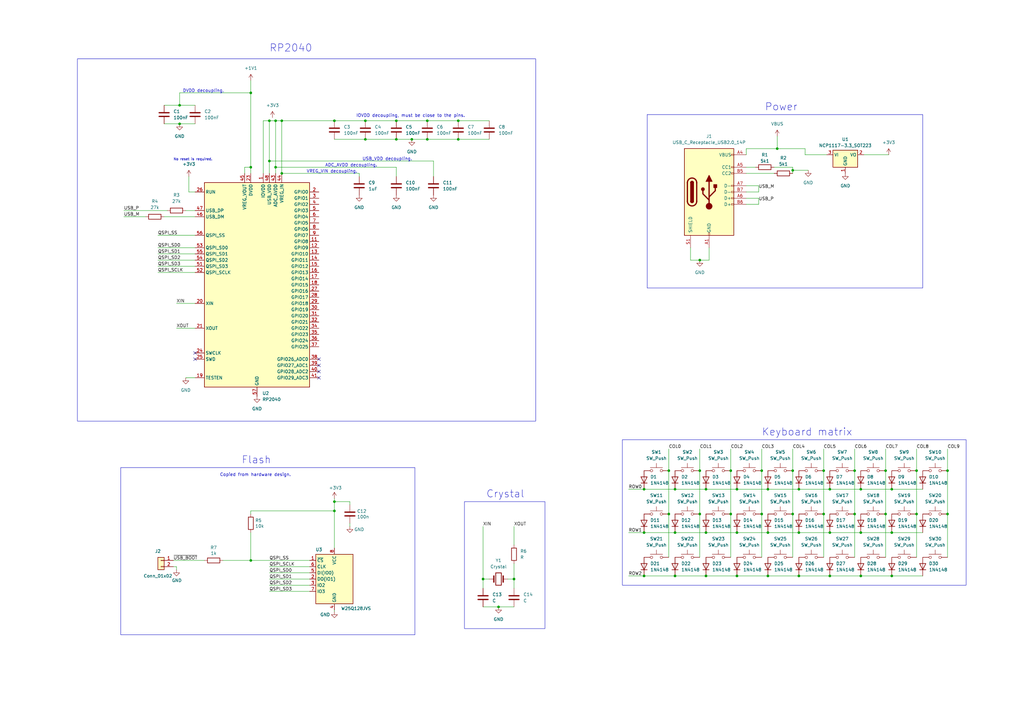
<source format=kicad_sch>
(kicad_sch (version 20230121) (generator eeschema)
  (paper "A3")
  (lib_symbols
    (symbol "Connector:USB_C_Receptacle_USB2.0_14P" (pin_names (offset 1.016))
      (property "Reference" "J" (at 0 22.225 0))
      (property "Value" "USB_C_Receptacle_USB2.0_14P" (at 0 19.685 0))
      (symbol "USB_C_Receptacle_USB2.0_14P_1_1"
        (pin passive line (at 0 -22.86 90) (length 5.08) (name "GND") (number "A1"))
        (pin passive line (at 0 -22.86 90) (length 5.08) hide (name "GND") (number "A12"))
        (pin passive line (at 15.24 15.24 180) (length 5.08) (name "VBUS") (number "A4"))
        (pin bidirectional line (at 15.24 10.16 180) (length 5.08) (name "CC1") (number "A5"))
        (pin bidirectional line (at 15.24 -2.54 180) (length 5.08) (name "D+") (number "A6"))
        (pin bidirectional line (at 15.24 2.54 180) (length 5.08) (name "D-") (number "A7"))
        (pin passive line (at 15.24 15.24 180) (length 5.08) hide (name "VBUS") (number "A9"))
        (pin passive line (at 0 -22.86 90) (length 5.08) hide (name "GND") (number "B1"))
        (pin passive line (at 0 -22.86 90) (length 5.08) hide (name "GND") (number "B12"))
        (pin passive line (at 15.24 15.24 180) (length 5.08) hide (name "VBUS") (number "B4"))
        (pin bidirectional line (at 15.24 7.62 180) (length 5.08) (name "CC2") (number "B5"))
        (pin bidirectional line (at 15.24 -5.08 180) (length 5.08) (name "D+") (number "B6"))
        (pin bidirectional line (at 15.24 0 180) (length 5.08) (name "D-") (number "B7"))
        (pin passive line (at 15.24 15.24 180) (length 5.08) hide (name "VBUS") (number "B9"))
        (pin passive line (at -7.62 -22.86 90) (length 5.08) (name "SHIELD") (number "S1"))
      )
    )
    (symbol "Connector_Generic:Conn_01x02" (pin_names (offset 1.016) hide)
      (property "Reference" "J" (at 0 2.54 0))
      (property "Value" "Conn_01x02" (at 0 -5.08 0))
      (symbol "Conn_01x02_1_1"
        (pin passive line (at -5.08 0 0) (length 3.81) (name "Pin_1") (number "1"))
        (pin passive line (at -5.08 -2.54 0) (length 3.81) (name "Pin_2") (number "2"))
      )
    )
    (symbol "Device:C" (pin_numbers hide) (pin_names (offset 0.254))
      (property "Reference" "C" (at 0.635 2.54 0))
      (property "Value" "C" (at 0.635 -2.54 0))
      (symbol "C_1_1"
        (pin passive line (at 0 3.81 270) (length 2.794) (name "~") (number "1"))
        (pin passive line (at 0 -3.81 90) (length 2.794) (name "~") (number "2"))
      )
    )
    (symbol "Device:Crystal" (pin_numbers hide) (pin_names (offset 1.016) hide)
      (property "Reference" "Y" (at 0 3.81 0))
      (property "Value" "Crystal" (at 0 -3.81 0))
      (symbol "Crystal_1_1"
        (pin passive line (at -3.81 0 0) (length 1.27) (name "1") (number "1"))
        (pin passive line (at 3.81 0 180) (length 1.27) (name "2") (number "2"))
      )
    )
    (symbol "Device:R" (pin_numbers hide) (pin_names (offset 0))
      (property "Reference" "R" (at 2.032 0 90))
      (property "Value" "R" (at 0 0 90))
      (symbol "R_1_1"
        (pin passive line (at 0 3.81 270) (length 1.27) (name "~") (number "1"))
        (pin passive line (at 0 -3.81 90) (length 1.27) (name "~") (number "2"))
      )
    )
    (symbol "Diode:1N4148" (pin_numbers hide) (pin_names hide)
      (property "Reference" "D" (at 0 2.54 0))
      (property "Value" "1N4148" (at 0 -2.54 0))
      (symbol "1N4148_1_1"
        (pin passive line (at -3.81 0 0) (length 2.54) (name "K") (number "1"))
        (pin passive line (at 3.81 0 180) (length 2.54) (name "A") (number "2"))
      )
    )
    (symbol "MCU_RaspberryPi:RP2040"
      (property "Reference" "U" (at 17.78 45.72 0))
      (property "Value" "RP2040" (at 17.78 43.18 0))
      (symbol "RP2040_1_1"
        (pin power_in line (at 2.54 45.72 270) (length 3.81) (name "IOVDD") (number "1"))
        (pin passive line (at 2.54 45.72 270) (length 3.81) hide (name "IOVDD") (number "10"))
        (pin bidirectional line (at 25.4 17.78 180) (length 3.81) (name "GPIO8") (number "11"))
        (pin bidirectional line (at 25.4 15.24 180) (length 3.81) (name "GPIO9") (number "12"))
        (pin bidirectional line (at 25.4 12.7 180) (length 3.81) (name "GPIO10") (number "13"))
        (pin bidirectional line (at 25.4 10.16 180) (length 3.81) (name "GPIO11") (number "14"))
        (pin bidirectional line (at 25.4 7.62 180) (length 3.81) (name "GPIO12") (number "15"))
        (pin bidirectional line (at 25.4 5.08 180) (length 3.81) (name "GPIO13") (number "16"))
        (pin bidirectional line (at 25.4 2.54 180) (length 3.81) (name "GPIO14") (number "17"))
        (pin bidirectional line (at 25.4 0 180) (length 3.81) (name "GPIO15") (number "18"))
        (pin input line (at -25.4 -38.1 0) (length 3.81) (name "TESTEN") (number "19"))
        (pin bidirectional line (at 25.4 38.1 180) (length 3.81) (name "GPIO0") (number "2"))
        (pin input line (at -25.4 -7.62 0) (length 3.81) (name "XIN") (number "20"))
        (pin passive line (at -25.4 -17.78 0) (length 3.81) (name "XOUT") (number "21"))
        (pin passive line (at 2.54 45.72 270) (length 3.81) hide (name "IOVDD") (number "22"))
        (pin power_in line (at -2.54 45.72 270) (length 3.81) (name "DVDD") (number "23"))
        (pin input line (at -25.4 -27.94 0) (length 3.81) (name "SWCLK") (number "24"))
        (pin bidirectional line (at -25.4 -30.48 0) (length 3.81) (name "SWD") (number "25"))
        (pin input line (at -25.4 38.1 0) (length 3.81) (name "RUN") (number "26"))
        (pin bidirectional line (at 25.4 -2.54 180) (length 3.81) (name "GPIO16") (number "27"))
        (pin bidirectional line (at 25.4 -5.08 180) (length 3.81) (name "GPIO17") (number "28"))
        (pin bidirectional line (at 25.4 -7.62 180) (length 3.81) (name "GPIO18") (number "29"))
        (pin bidirectional line (at 25.4 35.56 180) (length 3.81) (name "GPIO1") (number "3"))
        (pin bidirectional line (at 25.4 -10.16 180) (length 3.81) (name "GPIO19") (number "30"))
        (pin bidirectional line (at 25.4 -12.7 180) (length 3.81) (name "GPIO20") (number "31"))
        (pin bidirectional line (at 25.4 -15.24 180) (length 3.81) (name "GPIO21") (number "32"))
        (pin passive line (at 2.54 45.72 270) (length 3.81) hide (name "IOVDD") (number "33"))
        (pin bidirectional line (at 25.4 -17.78 180) (length 3.81) (name "GPIO22") (number "34"))
        (pin bidirectional line (at 25.4 -20.32 180) (length 3.81) (name "GPIO23") (number "35"))
        (pin bidirectional line (at 25.4 -22.86 180) (length 3.81) (name "GPIO24") (number "36"))
        (pin bidirectional line (at 25.4 -25.4 180) (length 3.81) (name "GPIO25") (number "37"))
        (pin bidirectional line (at 25.4 -30.48 180) (length 3.81) (name "GPIO26_ADC0") (number "38"))
        (pin bidirectional line (at 25.4 -33.02 180) (length 3.81) (name "GPIO27_ADC1") (number "39"))
        (pin bidirectional line (at 25.4 33.02 180) (length 3.81) (name "GPIO2") (number "4"))
        (pin bidirectional line (at 25.4 -35.56 180) (length 3.81) (name "GPIO28_ADC2") (number "40"))
        (pin bidirectional line (at 25.4 -38.1 180) (length 3.81) (name "GPIO29_ADC3") (number "41"))
        (pin passive line (at 2.54 45.72 270) (length 3.81) hide (name "IOVDD") (number "42"))
        (pin power_in line (at 7.62 45.72 270) (length 3.81) (name "ADC_AVDD") (number "43"))
        (pin power_in line (at 10.16 45.72 270) (length 3.81) (name "VREG_IN") (number "44"))
        (pin power_out line (at -5.08 45.72 270) (length 3.81) (name "VREG_VOUT") (number "45"))
        (pin bidirectional line (at -25.4 27.94 0) (length 3.81) (name "USB_DM") (number "46"))
        (pin bidirectional line (at -25.4 30.48 0) (length 3.81) (name "USB_DP") (number "47"))
        (pin power_in line (at 5.08 45.72 270) (length 3.81) (name "USB_VDD") (number "48"))
        (pin passive line (at 2.54 45.72 270) (length 3.81) hide (name "IOVDD") (number "49"))
        (pin bidirectional line (at 25.4 30.48 180) (length 3.81) (name "GPIO3") (number "5"))
        (pin passive line (at -2.54 45.72 270) (length 3.81) hide (name "DVDD") (number "50"))
        (pin bidirectional line (at -25.4 7.62 0) (length 3.81) (name "QSPI_SD3") (number "51"))
        (pin output line (at -25.4 5.08 0) (length 3.81) (name "QSPI_SCLK") (number "52"))
        (pin bidirectional line (at -25.4 15.24 0) (length 3.81) (name "QSPI_SD0") (number "53"))
        (pin bidirectional line (at -25.4 10.16 0) (length 3.81) (name "QSPI_SD2") (number "54"))
        (pin bidirectional line (at -25.4 12.7 0) (length 3.81) (name "QSPI_SD1") (number "55"))
        (pin bidirectional line (at -25.4 20.32 0) (length 3.81) (name "QSPI_SS") (number "56"))
        (pin power_in line (at 0 -45.72 90) (length 3.81) (name "GND") (number "57"))
        (pin bidirectional line (at 25.4 27.94 180) (length 3.81) (name "GPIO4") (number "6"))
        (pin bidirectional line (at 25.4 25.4 180) (length 3.81) (name "GPIO5") (number "7"))
        (pin bidirectional line (at 25.4 22.86 180) (length 3.81) (name "GPIO6") (number "8"))
        (pin bidirectional line (at 25.4 20.32 180) (length 3.81) (name "GPIO7") (number "9"))
      )
    )
    (symbol "Memory_Flash:W25Q128JVS"
      (property "Reference" "U" (at -8.89 8.89 0))
      (property "Value" "W25Q128JVS" (at 7.62 8.89 0))
      (symbol "W25Q128JVS_1_1"
        (pin input line (at -10.16 7.62 0) (length 2.54) (name "~{CS}") (number "1"))
        (pin bidirectional line (at -10.16 0 0) (length 2.54) (name "DO(IO1)") (number "2"))
        (pin bidirectional line (at -10.16 -2.54 0) (length 2.54) (name "IO2") (number "3"))
        (pin power_in line (at 0 -12.7 90) (length 2.54) (name "GND") (number "4"))
        (pin bidirectional line (at -10.16 2.54 0) (length 2.54) (name "DI(IO0)") (number "5"))
        (pin input line (at -10.16 5.08 0) (length 2.54) (name "CLK") (number "6"))
        (pin bidirectional line (at -10.16 -5.08 0) (length 2.54) (name "IO3") (number "7"))
        (pin power_in line (at 0 12.7 270) (length 2.54) (name "VCC") (number "8"))
      )
    )
    (symbol "Regulator_Linear:NCP1117-3.3_SOT223"
      (property "Reference" "U" (at -3.81 3.175 0))
      (property "Value" "NCP1117-3.3_SOT223" (at 0 3.175 0))
      (symbol "NCP1117-3.3_SOT223_1_1"
        (pin power_in line (at 0 -7.62 90) (length 2.54) (name "GND") (number "1"))
        (pin power_out line (at 7.62 0 180) (length 2.54) (name "VO") (number "2"))
        (pin power_in line (at -7.62 0 0) (length 2.54) (name "VI") (number "3"))
      )
    )
    (symbol "Switch:SW_Push" (pin_numbers hide) (pin_names (offset 1.016) hide)
      (property "Reference" "SW" (at 1.27 2.54 0))
      (property "Value" "SW_Push" (at 0 -1.524 0))
      (symbol "SW_Push_0_1"
        (pin passive line (at -5.08 0 0) (length 2.54) (name "1") (number "1"))
        (pin passive line (at 5.08 0 180) (length 2.54) (name "2") (number "2"))
      )
    )
    (symbol "power:+1V1" (power) (pin_names (offset 0))
      (property "Value" "+1V1" (at 0 3.556 0))
      (symbol "+1V1_1_1"
        (pin power_in line (at 0 0 90) (length 0) hide (name "+1V1") (number "1"))
      )
    )
    (symbol "power:+3V3" (power) (pin_names (offset 0))
      (property "Value" "+3V3" (at 0 3.556 0))
      (symbol "+3V3_1_1"
        (pin power_in line (at 0 0 90) (length 0) hide (name "+3V3") (number "1"))
      )
    )
    (symbol "power:GND" (power) (pin_names (offset 0))
      (property "Value" "GND" (at 0 -3.81 0))
      (symbol "GND_1_1"
        (pin power_in line (at 0 0 270) (length 0) hide (name "GND") (number "1"))
      )
    )
    (symbol "power:VBUS" (power) (pin_names (offset 0))
      (property "Value" "VBUS" (at 0 3.81 0))
      (symbol "VBUS_1_1"
        (pin power_in line (at 0 0 90) (length 0) hide (name "VBUS") (number "1"))
      )
    )
  )
  (junction (at 325.12 210.82))
  (junction (at 287.02 193.04))
  (junction (at 325.12 193.04))
  (junction (at 102.87 229.87))
  (junction (at 115.57 71.12))
  (junction (at 302.26 236.22))
  (junction (at 337.82 193.04))
  (junction (at 149.86 57.15))
  (junction (at 327.66 200.66))
  (junction (at 137.16 205.74))
  (junction (at 110.49 49.53))
  (junction (at 102.87 38.1))
  (junction (at 337.82 210.82))
  (junction (at 204.47 248.92))
  (junction (at 110.49 66.04))
  (junction (at 327.66 218.44))
  (junction (at 350.52 210.82))
  (junction (at 115.57 49.53))
  (junction (at 375.92 210.82))
  (junction (at 276.86 218.44))
  (junction (at 162.56 57.15))
  (junction (at 340.36 236.22))
  (junction (at 187.96 49.53))
  (junction (at 264.16 218.44))
  (junction (at 340.36 218.44))
  (junction (at 299.72 210.82))
  (junction (at 350.52 193.04))
  (junction (at 73.66 43.18))
  (junction (at 314.96 218.44))
  (junction (at 113.03 68.58))
  (junction (at 302.26 218.44))
  (junction (at 375.92 193.04))
  (junction (at 388.62 193.04))
  (junction (at 353.06 200.66))
  (junction (at 314.96 200.66))
  (junction (at 327.66 236.22))
  (junction (at 299.72 193.04))
  (junction (at 289.56 218.44))
  (junction (at 274.32 193.04))
  (junction (at 175.26 49.53))
  (junction (at 289.56 236.22))
  (junction (at 149.86 49.53))
  (junction (at 287.02 210.82))
  (junction (at 363.22 193.04))
  (junction (at 318.77 60.96))
  (junction (at 137.16 49.53))
  (junction (at 113.03 49.53))
  (junction (at 73.66 50.8))
  (junction (at 340.36 200.66))
  (junction (at 276.86 236.22))
  (junction (at 264.16 236.22))
  (junction (at 312.42 210.82))
  (junction (at 388.62 210.82))
  (junction (at 302.26 200.66))
  (junction (at 353.06 218.44))
  (junction (at 276.86 200.66))
  (junction (at 274.32 210.82))
  (junction (at 187.96 57.15))
  (junction (at 365.76 236.22))
  (junction (at 168.91 57.15))
  (junction (at 137.16 209.55))
  (junction (at 162.56 49.53))
  (junction (at 289.56 200.66))
  (junction (at 353.06 236.22))
  (junction (at 365.76 200.66))
  (junction (at 314.96 236.22))
  (junction (at 287.02 106.68))
  (junction (at 363.22 210.82))
  (junction (at 365.76 218.44))
  (junction (at 312.42 193.04))
  (junction (at 210.82 237.49))
  (junction (at 175.26 57.15))
  (junction (at 102.87 68.58))
  (junction (at 325.12 69.85))
  (junction (at 264.16 200.66))
  (junction (at 198.12 237.49))
  (no_connect (at 130.81 154.94))
  (no_connect (at 130.81 149.86))
  (no_connect (at 130.81 152.4))
  (no_connect (at 130.81 147.32))
  (no_connect (at 80.01 144.78))
  (no_connect (at 80.01 147.32))
  (wire (pts (xy 210.82 237.49) (xy 208.28 237.49)))
  (wire (pts (xy 113.03 49.53) (xy 113.03 68.58)))
  (wire (pts (xy 168.91 57.15) (xy 175.26 57.15)))
  (wire (pts (xy 102.87 209.55) (xy 137.16 209.55)))
  (wire (pts (xy 306.07 81.28) (xy 311.15 81.28)))
  (wire (pts (xy 306.07 68.58) (xy 309.88 68.58)))
  (wire (pts (xy 337.82 193.04) (xy 337.82 210.82)))
  (wire (pts (xy 312.42 210.82) (xy 312.42 228.6)))
  (wire (pts (xy 198.12 248.92) (xy 204.47 248.92)))
  (wire (pts (xy 147.32 71.12) (xy 115.57 71.12)))
  (wire (pts (xy 276.86 236.22) (xy 289.56 236.22)))
  (wire (pts (xy 353.06 236.22) (xy 365.76 236.22)))
  (wire (pts (xy 375.92 184.15) (xy 375.92 193.04)))
  (wire (pts (xy 50.8 88.9) (xy 59.69 88.9)))
  (wire (pts (xy 177.8 66.04) (xy 177.8 72.39)))
  (wire (pts (xy 127 242.57) (xy 110.49 242.57)))
  (wire (pts (xy 318.77 55.88) (xy 318.77 60.96)))
  (wire (pts (xy 325.12 68.58) (xy 317.5 68.58)))
  (wire (pts (xy 287.02 193.04) (xy 287.02 210.82)))
  (wire (pts (xy 137.16 209.55) (xy 137.16 224.79)))
  (wire (pts (xy 110.49 49.53) (xy 113.03 49.53)))
  (wire (pts (xy 110.49 232.41) (xy 127 232.41)))
  (wire (pts (xy 388.62 193.04) (xy 388.62 210.82)))
  (wire (pts (xy 64.77 104.14) (xy 80.01 104.14)))
  (wire (pts (xy 64.77 106.68) (xy 80.01 106.68)))
  (wire (pts (xy 306.07 83.82) (xy 311.15 83.82)))
  (wire (pts (xy 264.16 236.22) (xy 276.86 236.22)))
  (wire (pts (xy 299.72 184.15) (xy 299.72 193.04)))
  (wire (pts (xy 137.16 205.74) (xy 137.16 209.55)))
  (wire (pts (xy 325.12 69.85) (xy 325.12 68.58)))
  (wire (pts (xy 365.76 236.22) (xy 378.46 236.22)))
  (wire (pts (xy 50.8 86.36) (xy 68.58 86.36)))
  (wire (pts (xy 64.77 101.6) (xy 80.01 101.6)))
  (wire (pts (xy 274.32 184.15) (xy 274.32 193.04)))
  (wire (pts (xy 276.86 200.66) (xy 289.56 200.66)))
  (wire (pts (xy 350.52 184.15) (xy 350.52 193.04)))
  (wire (pts (xy 149.86 49.53) (xy 162.56 49.53)))
  (wire (pts (xy 337.82 210.82) (xy 337.82 228.6)))
  (wire (pts (xy 198.12 237.49) (xy 198.12 241.3)))
  (wire (pts (xy 149.86 57.15) (xy 162.56 57.15)))
  (wire (pts (xy 330.2 63.5) (xy 339.09 63.5)))
  (wire (pts (xy 337.82 184.15) (xy 337.82 193.04)))
  (wire (pts (xy 327.66 236.22) (xy 340.36 236.22)))
  (wire (pts (xy 327.66 200.66) (xy 340.36 200.66)))
  (wire (pts (xy 102.87 210.82) (xy 102.87 209.55)))
  (wire (pts (xy 306.07 60.96) (xy 318.77 60.96)))
  (wire (pts (xy 375.92 210.82) (xy 375.92 228.6)))
  (wire (pts (xy 330.2 60.96) (xy 330.2 63.5)))
  (wire (pts (xy 127 237.49) (xy 110.49 237.49)))
  (wire (pts (xy 187.96 57.15) (xy 200.66 57.15)))
  (wire (pts (xy 354.33 63.5) (xy 364.49 63.5)))
  (wire (pts (xy 162.56 68.58) (xy 113.03 68.58)))
  (wire (pts (xy 73.66 50.8) (xy 80.01 50.8)))
  (wire (pts (xy 102.87 68.58) (xy 102.87 71.12)))
  (wire (pts (xy 107.95 49.53) (xy 107.95 71.12)))
  (wire (pts (xy 287.02 184.15) (xy 287.02 193.04)))
  (wire (pts (xy 350.52 210.82) (xy 350.52 228.6)))
  (wire (pts (xy 67.31 50.8) (xy 73.66 50.8)))
  (wire (pts (xy 289.56 236.22) (xy 302.26 236.22)))
  (wire (pts (xy 76.2 86.36) (xy 80.01 86.36)))
  (wire (pts (xy 306.07 71.12) (xy 317.5 71.12)))
  (wire (pts (xy 162.56 57.15) (xy 168.91 57.15)))
  (wire (pts (xy 257.81 218.44) (xy 264.16 218.44)))
  (wire (pts (xy 100.33 71.12) (xy 100.33 68.58)))
  (wire (pts (xy 299.72 193.04) (xy 299.72 210.82)))
  (wire (pts (xy 72.39 232.41) (xy 72.39 233.68)))
  (wire (pts (xy 102.87 38.1) (xy 73.66 38.1)))
  (wire (pts (xy 363.22 184.15) (xy 363.22 193.04)))
  (wire (pts (xy 100.33 68.58) (xy 102.87 68.58)))
  (wire (pts (xy 127 240.03) (xy 110.49 240.03)))
  (wire (pts (xy 353.06 200.66) (xy 365.76 200.66)))
  (wire (pts (xy 102.87 229.87) (xy 127 229.87)))
  (wire (pts (xy 91.44 229.87) (xy 102.87 229.87)))
  (wire (pts (xy 187.96 49.53) (xy 200.66 49.53)))
  (wire (pts (xy 137.16 57.15) (xy 149.86 57.15)))
  (wire (pts (xy 264.16 200.66) (xy 276.86 200.66)))
  (wire (pts (xy 353.06 218.44) (xy 365.76 218.44)))
  (wire (pts (xy 198.12 215.9) (xy 198.12 237.49)))
  (wire (pts (xy 102.87 33.02) (xy 102.87 38.1)))
  (wire (pts (xy 64.77 111.76) (xy 80.01 111.76)))
  (wire (pts (xy 113.03 49.53) (xy 115.57 49.53)))
  (wire (pts (xy 299.72 210.82) (xy 299.72 228.6)))
  (wire (pts (xy 365.76 200.66) (xy 378.46 200.66)))
  (wire (pts (xy 210.82 237.49) (xy 210.82 241.3)))
  (wire (pts (xy 388.62 210.82) (xy 388.62 228.6)))
  (wire (pts (xy 137.16 204.47) (xy 137.16 205.74)))
  (wire (pts (xy 76.2 154.94) (xy 80.01 154.94)))
  (wire (pts (xy 137.16 49.53) (xy 149.86 49.53)))
  (wire (pts (xy 72.39 134.62) (xy 80.01 134.62)))
  (wire (pts (xy 67.31 88.9) (xy 80.01 88.9)))
  (wire (pts (xy 325.12 184.15) (xy 325.12 193.04)))
  (wire (pts (xy 290.83 106.68) (xy 290.83 101.6)))
  (wire (pts (xy 83.82 229.87) (xy 71.12 229.87)))
  (wire (pts (xy 115.57 49.53) (xy 137.16 49.53)))
  (wire (pts (xy 340.36 236.22) (xy 353.06 236.22)))
  (wire (pts (xy 302.26 218.44) (xy 314.96 218.44)))
  (wire (pts (xy 363.22 193.04) (xy 363.22 210.82)))
  (wire (pts (xy 388.62 184.15) (xy 388.62 193.04)))
  (wire (pts (xy 340.36 218.44) (xy 353.06 218.44)))
  (wire (pts (xy 306.07 63.5) (xy 306.07 60.96)))
  (wire (pts (xy 204.47 248.92) (xy 210.82 248.92)))
  (wire (pts (xy 127 234.95) (xy 110.49 234.95)))
  (wire (pts (xy 77.47 72.39) (xy 77.47 78.74)))
  (wire (pts (xy 110.49 66.04) (xy 177.8 66.04)))
  (wire (pts (xy 107.95 49.53) (xy 110.49 49.53)))
  (wire (pts (xy 325.12 193.04) (xy 325.12 210.82)))
  (wire (pts (xy 312.42 184.15) (xy 312.42 193.04)))
  (wire (pts (xy 72.39 124.46) (xy 80.01 124.46)))
  (wire (pts (xy 289.56 218.44) (xy 302.26 218.44)))
  (wire (pts (xy 283.21 106.68) (xy 287.02 106.68)))
  (wire (pts (xy 210.82 231.14) (xy 210.82 237.49)))
  (wire (pts (xy 314.96 218.44) (xy 327.66 218.44)))
  (wire (pts (xy 257.81 236.22) (xy 264.16 236.22)))
  (wire (pts (xy 67.31 43.18) (xy 73.66 43.18)))
  (wire (pts (xy 147.32 72.39) (xy 147.32 71.12)))
  (wire (pts (xy 162.56 49.53) (xy 175.26 49.53)))
  (wire (pts (xy 306.07 76.2) (xy 311.15 76.2)))
  (wire (pts (xy 325.12 210.82) (xy 325.12 228.6)))
  (wire (pts (xy 350.52 193.04) (xy 350.52 210.82)))
  (wire (pts (xy 283.21 101.6) (xy 283.21 106.68)))
  (wire (pts (xy 198.12 237.49) (xy 200.66 237.49)))
  (wire (pts (xy 327.66 218.44) (xy 340.36 218.44)))
  (wire (pts (xy 77.47 78.74) (xy 80.01 78.74)))
  (wire (pts (xy 143.51 214.63) (xy 143.51 215.9)))
  (wire (pts (xy 73.66 43.18) (xy 80.01 43.18)))
  (wire (pts (xy 289.56 200.66) (xy 302.26 200.66)))
  (wire (pts (xy 274.32 210.82) (xy 274.32 228.6)))
  (wire (pts (xy 311.15 81.28) (xy 311.15 83.82)))
  (wire (pts (xy 64.77 96.52) (xy 80.01 96.52)))
  (wire (pts (xy 287.02 106.68) (xy 290.83 106.68)))
  (wire (pts (xy 102.87 218.44) (xy 102.87 229.87)))
  (wire (pts (xy 71.12 232.41) (xy 72.39 232.41)))
  (wire (pts (xy 318.77 60.96) (xy 330.2 60.96)))
  (wire (pts (xy 175.26 57.15) (xy 187.96 57.15)))
  (wire (pts (xy 102.87 38.1) (xy 102.87 68.58)))
  (wire (pts (xy 210.82 215.9) (xy 210.82 223.52)))
  (wire (pts (xy 325.12 71.12) (xy 325.12 69.85)))
  (wire (pts (xy 311.15 76.2) (xy 311.15 78.74)))
  (wire (pts (xy 115.57 49.53) (xy 115.57 71.12)))
  (wire (pts (xy 312.42 193.04) (xy 312.42 210.82)))
  (wire (pts (xy 73.66 43.18) (xy 73.66 38.1)))
  (wire (pts (xy 314.96 200.66) (xy 327.66 200.66)))
  (wire (pts (xy 110.49 49.53) (xy 110.49 66.04)))
  (wire (pts (xy 143.51 207.01) (xy 143.51 205.74)))
  (wire (pts (xy 257.81 200.66) (xy 264.16 200.66)))
  (wire (pts (xy 110.49 66.04) (xy 110.49 71.12)))
  (wire (pts (xy 274.32 193.04) (xy 274.32 210.82)))
  (wire (pts (xy 340.36 200.66) (xy 353.06 200.66)))
  (wire (pts (xy 302.26 236.22) (xy 314.96 236.22)))
  (wire (pts (xy 325.12 69.85) (xy 331.47 69.85)))
  (wire (pts (xy 143.51 205.74) (xy 137.16 205.74)))
  (wire (pts (xy 162.56 72.39) (xy 162.56 68.58)))
  (wire (pts (xy 113.03 68.58) (xy 113.03 71.12)))
  (wire (pts (xy 264.16 218.44) (xy 276.86 218.44)))
  (wire (pts (xy 276.86 218.44) (xy 289.56 218.44)))
  (wire (pts (xy 365.76 218.44) (xy 378.46 218.44)))
  (wire (pts (xy 314.96 236.22) (xy 327.66 236.22)))
  (wire (pts (xy 64.77 109.22) (xy 80.01 109.22)))
  (wire (pts (xy 175.26 49.53) (xy 187.96 49.53)))
  (wire (pts (xy 287.02 210.82) (xy 287.02 228.6)))
  (wire (pts (xy 137.16 250.825) (xy 137.16 250.19)))
  (wire (pts (xy 363.22 210.82) (xy 363.22 228.6)))
  (wire (pts (xy 311.15 78.74) (xy 306.07 78.74)))
  (wire (pts (xy 302.26 200.66) (xy 314.96 200.66)))
  (wire (pts (xy 375.92 193.04) (xy 375.92 210.82)))
  (rectangle (start 31.75 24.13) (end 219.71 172.72))
  (rectangle (start 49.53 191.77) (end 170.18 260.35))
  (rectangle (start 265.43 46.99) (end 378.46 118.11))
  (rectangle (start 190.5 205.74) (end 223.52 257.81))
  (rectangle (start 255.27 180.34) (end 396.24 240.03))
  (text "Power" (at 313.69 45.72 0) (effects (font (size 3 3)) (justify left bottom)))
  (text "Keyboard matrix" (at 312.42 179.07 0) (effects (font (size 3 3)) (justify left bottom)))
  (text "VREG_VIN decoupling." (at 125.73 71.12 0) (effects (font (size 1.27 1.27)) (justify left bottom)))
  (text "USB_VDD decoupling." (at 148.59 66.04 0) (effects (font (size 1.27 1.27)) (justify left bottom)))
  (text "Crystal" (at 199.39 204.47 0) (effects (font (size 3 3)) (justify left bottom)))
  (text "No reset is required.\n" (at 71.12 66.04 0) (effects (font (size 1 1)) (justify left bottom)))
  (text "DVDD decoupling." (at 74.93 38.1 0) (effects (font (size 1.27 1.27)) (justify left bottom)))
  (text "RP2040" (at 110.49 21.59 0) (effects (font (size 3 3)) (justify left bottom)))
  (text "ADC_AVDD decoupling." (at 133.35 68.58 0) (effects (font (size 1.27 1.27)) (justify left bottom)))
  (text "Copied from hardware design." (at 90.17 195.58 0) (effects (font (size 1.27 1.27)) (justify left bottom)))
  (text "IOVDD decoupling, must be close to the pins." (at 146.05 48.26 0) (effects (font (size 1.27 1.27)) (justify left bottom)))
  (text "Flash" (at 99.06 190.5 0) (effects (font (size 3 3)) (justify left bottom)))
  (label "COL5" (at 337.82 184.15 0))
  (label "XIN" (at 72.39 124.46 0))
  (label "USB_M" (at 50.8 88.9 0))
  (label "XIN" (at 198.12 215.9 0))
  (label "USB_P" (at 50.8 86.36 0))
  (label "QSPI_SCLK" (at 110.49 232.41 0))
  (label "QSPI_SD2" (at 110.49 240.03 0))
  (label "COL8" (at 375.92 184.15 0))
  (label "ROW1" (at 257.81 218.44 0))
  (label "COL3" (at 312.42 184.15 0))
  (label "COL2" (at 299.72 184.15 0))
  (label "QSPI_SD3" (at 110.49 242.57 0))
  (label "XOUT" (at 72.39 134.62 0))
  (label "QSPI_SD0" (at 64.77 101.6 0))
  (label "QSPI_SD1" (at 110.49 237.49 0))
  (label "COL0" (at 274.32 184.15 0))
  (label "USB_M" (at 311.15 77.47 0))
  (label "QSPI_SS" (at 64.77 96.52 0))
  (label "COL7" (at 363.22 184.15 0))
  (label "COL1" (at 287.02 184.15 0))
  (label "QSPI_SD3" (at 64.77 109.22 0))
  (label "USB_P" (at 311.15 82.55 0))
  (label "~{USB_BOOT}" (at 71.12 229.87 0))
  (label "QSPI_SD2" (at 64.77 106.68 0))
  (label "ROW2" (at 257.81 236.22 0))
  (label "COL4" (at 325.12 184.15 0))
  (label "QSPI_SS" (at 110.49 229.87 0))
  (label "ROW0" (at 257.81 200.66 0))
  (label "QSPI_SD1" (at 64.77 104.14 0))
  (label "QSPI_SD0" (at 110.49 234.95 0))
  (label "QSPI_SCLK" (at 64.77 111.76 0))
  (label "COL6" (at 350.52 184.15 0))
  (label "XOUT" (at 210.82 215.9 0))
  (label "COL9" (at 388.62 184.15 0))
  (symbol (lib_id "Device:C") (at 177.8 76.2 0) (unit 1)
    (property "Reference" "C11" (at 181.61 74.93 0) (effects (justify left)))
    (property "Value" "100nF" (at 181.61 77.47 0) (effects (justify left)))
  )
  (symbol (lib_id "Diode:1N4148") (at 276.86 196.85 90) (unit 1)
    (property "Reference" "D2" (at 279.4 195.58 90) (effects (justify right)))
    (property "Value" "1N4148" (at 279.4 198.12 90) (effects (justify right)))
    (property "Footprint" "Diode_THT:D_DO-35_SOD27_P7.62mm_Horizontal" (effects hide))
    (property "Datasheet" "https://assets.nexperia.com/documents/data-sheet/1N4148_1N4448.pdf" (effects hide))
    (property "Sim.Device" "D" (effects hide))
    (property "Sim.Pins" "1=K 2=A" (effects hide))
  )
  (symbol (lib_id "Device:R") (at 313.69 68.58 90) (unit 1)
    (property "Reference" "R1" (at 313.69 63.5 90))
    (property "Value" "5k1" (at 313.69 66.04 90))
  )
  (symbol (lib_id "Diode:1N4148") (at 340.36 196.85 90) (unit 1)
    (property "Reference" "D7" (at 342.9 195.58 90) (effects (justify right)))
    (property "Value" "1N4148" (at 342.9 198.12 90) (effects (justify right)))
    (property "Footprint" "Diode_THT:D_DO-35_SOD27_P7.62mm_Horizontal" (effects hide))
    (property "Datasheet" "https://assets.nexperia.com/documents/data-sheet/1N4148_1N4448.pdf" (effects hide))
    (property "Sim.Device" "D" (effects hide))
    (property "Sim.Pins" "1=K 2=A" (effects hide))
  )
  (symbol (lib_id "Switch:SW_Push") (at 281.94 193.04 0) (unit 1)
    (property "Reference" "SW2" (at 281.94 185.42 0))
    (property "Value" "SW_Push" (at 281.94 187.96 0))
    (property "Footprint" "MX_Solderable:MX-Solderable-1U" (effects hide))
  )
  (symbol (lib_id "Diode:1N4148") (at 353.06 232.41 90) (unit 1)
    (property "Reference" "D28" (at 355.6 231.14 90) (effects (justify right)))
    (property "Value" "1N4148" (at 355.6 233.68 90) (effects (justify right)))
    (property "Footprint" "Diode_THT:D_DO-35_SOD27_P7.62mm_Horizontal" (effects hide))
    (property "Datasheet" "https://assets.nexperia.com/documents/data-sheet/1N4148_1N4448.pdf" (effects hide))
    (property "Sim.Device" "D" (effects hide))
    (property "Sim.Pins" "1=K 2=A" (effects hide))
  )
  (symbol (lib_id "Diode:1N4148") (at 289.56 214.63 90) (unit 1)
    (property "Reference" "D13" (at 292.1 213.36 90) (effects (justify right)))
    (property "Value" "1N4148" (at 292.1 215.9 90) (effects (justify right)))
    (property "Footprint" "Diode_THT:D_DO-35_SOD27_P7.62mm_Horizontal" (effects hide))
    (property "Datasheet" "https://assets.nexperia.com/documents/data-sheet/1N4148_1N4448.pdf" (effects hide))
    (property "Sim.Device" "D" (effects hide))
    (property "Sim.Pins" "1=K 2=A" (effects hide))
  )
  (symbol (lib_id "Diode:1N4148") (at 378.46 214.63 90) (unit 1)
    (property "Reference" "D20" (at 381 213.36 90) (effects (justify right)))
    (property "Value" "1N4148" (at 381 215.9 90) (effects (justify right)))
    (property "Footprint" "Diode_THT:D_DO-35_SOD27_P7.62mm_Horizontal" (effects hide))
    (property "Datasheet" "https://assets.nexperia.com/documents/data-sheet/1N4148_1N4448.pdf" (effects hide))
    (property "Sim.Device" "D" (effects hide))
    (property "Sim.Pins" "1=K 2=A" (effects hide))
  )
  (symbol (lib_id "power:GND") (at 331.47 69.85 0) (unit 1)
    (property "Reference" "#PWR07" (effects hide))
    (property "Value" "GND" (at 331.47 74.93 0))
  )
  (symbol (lib_id "Device:R") (at 72.39 86.36 90) (unit 1)
    (property "Reference" "R3" (at 72.39 80.01 90))
    (property "Value" "27k" (at 72.39 82.55 90))
  )
  (symbol (lib_id "Device:C") (at 162.56 53.34 0) (unit 1)
    (property "Reference" "C5" (at 166.37 52.07 0) (effects (justify left)))
    (property "Value" "100nF" (at 166.37 54.61 0) (effects (justify left)))
  )
  (symbol (lib_id "Switch:SW_Push") (at 332.74 210.82 0) (unit 1)
    (property "Reference" "SW16" (at 332.74 203.2 0))
    (property "Value" "SW_Push" (at 332.74 205.74 0))
    (property "Footprint" "MX_Solderable:MX-Solderable-1U" (effects hide))
  )
  (symbol (lib_id "Switch:SW_Push") (at 269.24 193.04 0) (unit 1)
    (property "Reference" "SW1" (at 269.24 185.42 0))
    (property "Value" "SW_Push" (at 269.24 187.96 0))
    (property "Footprint" "MX_Solderable:MX-Solderable-1U" (effects hide))
  )
  (symbol (lib_id "Diode:1N4148") (at 302.26 214.63 90) (unit 1)
    (property "Reference" "D14" (at 304.8 213.36 90) (effects (justify right)))
    (property "Value" "1N4148" (at 304.8 215.9 90) (effects (justify right)))
    (property "Footprint" "Diode_THT:D_DO-35_SOD27_P7.62mm_Horizontal" (effects hide))
    (property "Datasheet" "https://assets.nexperia.com/documents/data-sheet/1N4148_1N4448.pdf" (effects hide))
    (property "Sim.Device" "D" (effects hide))
    (property "Sim.Pins" "1=K 2=A" (effects hide))
  )
  (symbol (lib_id "Diode:1N4148") (at 264.16 196.85 90) (unit 1)
    (property "Reference" "D1" (at 266.7 195.58 90) (effects (justify right)))
    (property "Value" "1N4148" (at 266.7 198.12 90) (effects (justify right)))
    (property "Footprint" "Diode_THT:D_DO-35_SOD27_P7.62mm_Horizontal" (effects hide))
    (property "Datasheet" "https://assets.nexperia.com/documents/data-sheet/1N4148_1N4448.pdf" (effects hide))
    (property "Sim.Device" "D" (effects hide))
    (property "Sim.Pins" "1=K 2=A" (effects hide))
  )
  (symbol (lib_id "Switch:SW_Push") (at 294.64 210.82 0) (unit 1)
    (property "Reference" "SW13" (at 294.64 203.2 0))
    (property "Value" "SW_Push" (at 294.64 205.74 0))
    (property "Footprint" "MX_Solderable:MX-Solderable-1U" (effects hide))
  )
  (symbol (lib_id "Device:C") (at 198.12 245.11 0) (unit 1)
    (property "Reference" "C13" (at 201.93 243.84 0) (effects (justify left)))
    (property "Value" "C" (at 201.93 246.38 0) (effects (justify left)))
  )
  (symbol (lib_id "Switch:SW_Push") (at 345.44 210.82 0) (unit 1)
    (property "Reference" "SW17" (at 345.44 203.2 0))
    (property "Value" "SW_Push" (at 345.44 205.74 0))
    (property "Footprint" "MX_Solderable:MX-Solderable-1U" (effects hide))
  )
  (symbol (lib_id "Switch:SW_Push") (at 370.84 210.82 0) (unit 1)
    (property "Reference" "SW19" (at 370.84 203.2 0))
    (property "Value" "SW_Push" (at 370.84 205.74 0))
    (property "Footprint" "MX_Solderable:MX-Solderable-1U" (effects hide))
  )
  (symbol (lib_id "Device:R") (at 87.63 229.87 270) (unit 1)
    (property "Reference" "R7" (at 87.63 224.6122 90))
    (property "Value" "1k" (at 87.63 226.9236 90))
    (property "Footprint" "Resistor_SMD:R_0402_1005Metric" (effects hide))
  )
  (symbol (lib_id "power:GND") (at 76.2 154.94 0) (unit 1)
    (property "Reference" "#PWR014" (effects hide))
    (property "Value" "GND" (at 76.2 160.02 0))
  )
  (symbol (lib_id "power:GND") (at 162.56 80.01 0) (unit 1)
    (property "Reference" "#PWR011" (effects hide))
    (property "Value" "GND" (at 162.56 85.09 0))
  )
  (symbol (lib_id "power:+3V3") (at 77.47 72.39 0) (unit 1)
    (property "Reference" "#PWR09" (effects hide))
    (property "Value" "+3V3" (at 77.47 67.31 0))
  )
  (symbol (lib_id "Switch:SW_Push") (at 383.54 228.6 0) (unit 1)
    (property "Reference" "SW30" (at 383.54 220.98 0))
    (property "Value" "SW_Push" (at 383.54 223.52 0))
    (property "Footprint" "MX_Solderable:MX-Solderable-1U" (effects hide))
  )
  (symbol (lib_id "Device:Crystal") (at 204.47 237.49 0) (unit 1)
    (property "Reference" "Y1" (at 204.47 229.87 0))
    (property "Value" "Crystal" (at 204.47 232.41 0))
  )
  (symbol (lib_id "MCU_RaspberryPi:RP2040") (at 105.41 116.84 0) (unit 1)
    (property "Reference" "U2" (at 107.6041 161.29 0) (effects (justify left)))
    (property "Value" "RP2040" (at 107.6041 163.83 0) (effects (justify left)))
    (property "Footprint" "Package_DFN_QFN:QFN-56-1EP_7x7mm_P0.4mm_EP3.2x3.2mm" (effects hide))
    (property "Datasheet" "https://datasheets.raspberrypi.com/rp2040/rp2040-datasheet.pdf" (effects hide))
  )
  (symbol (lib_id "Device:R") (at 321.31 71.12 90) (unit 1)
    (property "Reference" "R2" (at 321.31 64.77 90))
    (property "Value" "5k1" (at 321.31 67.31 90))
  )
  (symbol (lib_id "power:GND") (at 204.47 248.92 0) (unit 1)
    (property "Reference" "#PWR019" (effects hide))
    (property "Value" "GND" (at 204.47 254 0))
  )
  (symbol (lib_id "Diode:1N4148") (at 314.96 214.63 90) (unit 1)
    (property "Reference" "D15" (at 317.5 213.36 90) (effects (justify right)))
    (property "Value" "1N4148" (at 317.5 215.9 90) (effects (justify right)))
    (property "Footprint" "Diode_THT:D_DO-35_SOD27_P7.62mm_Horizontal" (effects hide))
    (property "Datasheet" "https://assets.nexperia.com/documents/data-sheet/1N4148_1N4448.pdf" (effects hide))
    (property "Sim.Device" "D" (effects hide))
    (property "Sim.Pins" "1=K 2=A" (effects hide))
  )
  (symbol (lib_id "Diode:1N4148") (at 264.16 214.63 90) (unit 1)
    (property "Reference" "D11" (at 266.7 213.36 90) (effects (justify right)))
    (property "Value" "1N4148" (at 266.7 215.9 90) (effects (justify right)))
    (property "Footprint" "Diode_THT:D_DO-35_SOD27_P7.62mm_Horizontal" (effects hide))
    (property "Datasheet" "https://assets.nexperia.com/documents/data-sheet/1N4148_1N4448.pdf" (effects hide))
    (property "Sim.Device" "D" (effects hide))
    (property "Sim.Pins" "1=K 2=A" (effects hide))
  )
  (symbol (lib_id "Device:R") (at 63.5 88.9 90) (unit 1)
    (property "Reference" "R4" (at 63.5 82.55 90))
    (property "Value" "27k" (at 63.5 85.09 90))
  )
  (symbol (lib_id "Switch:SW_Push") (at 294.64 193.04 0) (unit 1)
    (property "Reference" "SW3" (at 294.64 185.42 0))
    (property "Value" "SW_Push" (at 294.64 187.96 0))
    (property "Footprint" "MX_Solderable:MX-Solderable-1U" (effects hide))
  )
  (symbol (lib_id "Device:C") (at 80.01 46.99 0) (unit 1)
    (property "Reference" "C2" (at 83.82 45.72 0) (effects (justify left)))
    (property "Value" "100nF" (at 83.82 48.26 0) (effects (justify left)))
  )
  (symbol (lib_id "Device:C") (at 187.96 53.34 0) (unit 1)
    (property "Reference" "C7" (at 191.77 52.07 0) (effects (justify left)))
    (property "Value" "100nF" (at 191.77 54.61 0) (effects (justify left)))
  )
  (symbol (lib_id "Diode:1N4148") (at 327.66 214.63 90) (unit 1)
    (property "Reference" "D16" (at 330.2 213.36 90) (effects (justify right)))
    (property "Value" "1N4148" (at 330.2 215.9 90) (effects (justify right)))
    (property "Footprint" "Diode_THT:D_DO-35_SOD27_P7.62mm_Horizontal" (effects hide))
    (property "Datasheet" "https://assets.nexperia.com/documents/data-sheet/1N4148_1N4448.pdf" (effects hide))
    (property "Sim.Device" "D" (effects hide))
    (property "Sim.Pins" "1=K 2=A" (effects hide))
  )
  (symbol (lib_id "Diode:1N4148") (at 276.86 214.63 90) (unit 1)
    (property "Reference" "D12" (at 279.4 213.36 90) (effects (justify right)))
    (property "Value" "1N4148" (at 279.4 215.9 90) (effects (justify right)))
    (property "Footprint" "Diode_THT:D_DO-35_SOD27_P7.62mm_Horizontal" (effects hide))
    (property "Datasheet" "https://assets.nexperia.com/documents/data-sheet/1N4148_1N4448.pdf" (effects hide))
    (property "Sim.Device" "D" (effects hide))
    (property "Sim.Pins" "1=K 2=A" (effects hide))
  )
  (symbol (lib_id "Connector_Generic:Conn_01x02") (at 66.04 229.87 0) (mirror y) (unit 1)
    (property "Reference" "J2" (at 64.77 226.06 0))
    (property "Value" "Conn_01x02" (at 64.77 236.22 0))
    (property "Footprint" "Connector_PinHeader_2.54mm:PinHeader_1x02_P2.54mm_Vertical" (effects hide))
  )
  (symbol (lib_id "power:GND") (at 73.66 50.8 0) (unit 1)
    (property "Reference" "#PWR03" (effects hide))
    (property "Value" "GND" (at 73.66 55.88 0))
  )
  (symbol (lib_id "Switch:SW_Push") (at 269.24 210.82 0) (unit 1)
    (property "Reference" "SW11" (at 269.24 203.2 0))
    (property "Value" "SW_Push" (at 269.24 205.74 0))
    (property "Footprint" "MX_Solderable:MX-Solderable-1U" (effects hide))
  )
  (symbol (lib_id "power:VBUS") (at 318.77 55.88 0) (unit 1)
    (property "Reference" "#PWR04" (effects hide))
    (property "Value" "VBUS" (at 318.77 50.8 0))
  )
  (symbol (lib_id "Switch:SW_Push") (at 358.14 228.6 0) (unit 1)
    (property "Reference" "SW28" (at 358.14 220.98 0))
    (property "Value" "SW_Push" (at 358.14 223.52 0))
    (property "Footprint" "MX_Solderable:MX-Solderable-1U" (effects hide))
  )
  (symbol (lib_id "power:GND") (at 72.39 233.68 0) (unit 1)
    (property "Reference" "#PWR018" (effects hide))
    (property "Value" "GND" (at 72.517 238.0742 0))
  )
  (symbol (lib_id "Device:C") (at 137.16 53.34 0) (unit 1)
    (property "Reference" "C3" (at 140.97 52.07 0) (effects (justify left)))
    (property "Value" "100nF" (at 140.97 54.61 0) (effects (justify left)))
  )
  (symbol (lib_id "Switch:SW_Push") (at 358.14 210.82 0) (unit 1)
    (property "Reference" "SW18" (at 358.14 203.2 0))
    (property "Value" "SW_Push" (at 358.14 205.74 0))
    (property "Footprint" "MX_Solderable:MX-Solderable-1U" (effects hide))
  )
  (symbol (lib_id "Device:C") (at 67.31 46.99 0) (unit 1)
    (property "Reference" "C1" (at 71.12 45.72 0) (effects (justify left)))
    (property "Value" "100nF" (at 71.12 48.26 0) (effects (justify left)))
  )
  (symbol (lib_id "power:+3V3") (at 364.49 63.5 0) (unit 1)
    (property "Reference" "#PWR06" (effects hide))
    (property "Value" "+3V3" (at 364.49 58.42 0))
  )
  (symbol (lib_id "Switch:SW_Push") (at 320.04 228.6 0) (unit 1)
    (property "Reference" "SW25" (at 320.04 220.98 0))
    (property "Value" "SW_Push" (at 320.04 223.52 0))
    (property "Footprint" "MX_Solderable:MX-Solderable-1U" (effects hide))
  )
  (symbol (lib_id "Switch:SW_Push") (at 358.14 193.04 0) (unit 1)
    (property "Reference" "SW8" (at 358.14 185.42 0))
    (property "Value" "SW_Push" (at 358.14 187.96 0))
    (property "Footprint" "MX_Solderable:MX-Solderable-1U" (effects hide))
  )
  (symbol (lib_id "Diode:1N4148") (at 340.36 232.41 90) (unit 1)
    (property "Reference" "D27" (at 342.9 231.14 90) (effects (justify right)))
    (property "Value" "1N4148" (at 342.9 233.68 90) (effects (justify right)))
    (property "Footprint" "Diode_THT:D_DO-35_SOD27_P7.62mm_Horizontal" (effects hide))
    (property "Datasheet" "https://assets.nexperia.com/documents/data-sheet/1N4148_1N4448.pdf" (effects hide))
    (property "Sim.Device" "D" (effects hide))
    (property "Sim.Pins" "1=K 2=A" (effects hide))
  )
  (symbol (lib_id "Device:C") (at 149.86 53.34 0) (unit 1)
    (property "Reference" "C4" (at 153.67 52.07 0) (effects (justify left)))
    (property "Value" "100nF" (at 153.67 54.61 0) (effects (justify left)))
  )
  (symbol (lib_id "Memory_Flash:W25Q128JVS") (at 137.16 237.49 0) (unit 1)
    (property "Reference" "U3" (at 130.81 225.425 0))
    (property "Value" "W25Q128JVS" (at 146.05 249.555 0))
    (property "Footprint" "Package_SO:SOIC-8_5.23x5.23mm_P1.27mm" (effects hide))
    (property "Datasheet" "http://www.winbond.com/resource-files/w25q128jv_dtr%20revc%2003272018%20plus.pdf" (effects hide))
  )
  (symbol (lib_id "Diode:1N4148") (at 276.86 232.41 90) (unit 1)
    (property "Reference" "D22" (at 279.4 231.14 90) (effects (justify right)))
    (property "Value" "1N4148" (at 279.4 233.68 90) (effects (justify right)))
    (property "Footprint" "Diode_THT:D_DO-35_SOD27_P7.62mm_Horizontal" (effects hide))
    (property "Datasheet" "https://assets.nexperia.com/documents/data-sheet/1N4148_1N4448.pdf" (effects hide))
    (property "Sim.Device" "D" (effects hide))
    (property "Sim.Pins" "1=K 2=A" (effects hide))
  )
  (symbol (lib_id "Device:C") (at 200.66 53.34 0) (unit 1)
    (property "Reference" "C8" (at 204.47 52.07 0) (effects (justify left)))
    (property "Value" "100nF" (at 204.47 54.61 0) (effects (justify left)))
  )
  (symbol (lib_id "Diode:1N4148") (at 378.46 196.85 90) (unit 1)
    (property "Reference" "D10" (at 381 195.58 90) (effects (justify right)))
    (property "Value" "1N4148" (at 381 198.12 90) (effects (justify right)))
    (property "Footprint" "Diode_THT:D_DO-35_SOD27_P7.62mm_Horizontal" (effects hide))
    (property "Datasheet" "https://assets.nexperia.com/documents/data-sheet/1N4148_1N4448.pdf" (effects hide))
    (property "Sim.Device" "D" (effects hide))
    (property "Sim.Pins" "1=K 2=A" (effects hide))
  )
  (symbol (lib_id "Diode:1N4148") (at 327.66 232.41 90) (unit 1)
    (property "Reference" "D26" (at 330.2 231.14 90) (effects (justify right)))
    (property "Value" "1N4148" (at 330.2 233.68 90) (effects (justify right)))
    (property "Footprint" "Diode_THT:D_DO-35_SOD27_P7.62mm_Horizontal" (effects hide))
    (property "Datasheet" "https://assets.nexperia.com/documents/data-sheet/1N4148_1N4448.pdf" (effects hide))
    (property "Sim.Device" "D" (effects hide))
    (property "Sim.Pins" "1=K 2=A" (effects hide))
  )
  (symbol (lib_id "Switch:SW_Push") (at 320.04 193.04 0) (unit 1)
    (property "Reference" "SW5" (at 320.04 185.42 0))
    (property "Value" "SW_Push" (at 320.04 187.96 0))
    (property "Footprint" "MX_Solderable:MX-Solderable-1U" (effects hide))
  )
  (symbol (lib_id "Device:C") (at 162.56 76.2 0) (unit 1)
    (property "Reference" "C10" (at 166.37 74.93 0) (effects (justify left)))
    (property "Value" "100nF" (at 166.37 77.47 0) (effects (justify left)))
  )
  (symbol (lib_id "Switch:SW_Push") (at 370.84 193.04 0) (unit 1)
    (property "Reference" "SW9" (at 370.84 185.42 0))
    (property "Value" "SW_Push" (at 370.84 187.96 0))
    (property "Footprint" "MX_Solderable:MX-Solderable-1U" (effects hide))
  )
  (symbol (lib_id "power:GND") (at 147.32 80.01 0) (unit 1)
    (property "Reference" "#PWR010" (effects hide))
    (property "Value" "GND" (at 147.32 85.09 0))
  )
  (symbol (lib_id "Diode:1N4148") (at 340.36 214.63 90) (unit 1)
    (property "Reference" "D17" (at 342.9 213.36 90) (effects (justify right)))
    (property "Value" "1N4148" (at 342.9 215.9 90) (effects (justify right)))
    (property "Footprint" "Diode_THT:D_DO-35_SOD27_P7.62mm_Horizontal" (effects hide))
    (property "Datasheet" "https://assets.nexperia.com/documents/data-sheet/1N4148_1N4448.pdf" (effects hide))
    (property "Sim.Device" "D" (effects hide))
    (property "Sim.Pins" "1=K 2=A" (effects hide))
  )
  (symbol (lib_id "Diode:1N4148") (at 314.96 196.85 90) (unit 1)
    (property "Reference" "D5" (at 317.5 195.58 90) (effects (justify right)))
    (property "Value" "1N4148" (at 317.5 198.12 90) (effects (justify right)))
    (property "Footprint" "Diode_THT:D_DO-35_SOD27_P7.62mm_Horizontal" (effects hide))
    (property "Datasheet" "https://assets.nexperia.com/documents/data-sheet/1N4148_1N4448.pdf" (effects hide))
    (property "Sim.Device" "D" (effects hide))
    (property "Sim.Pins" "1=K 2=A" (effects hide))
  )
  (symbol (lib_id "Diode:1N4148") (at 314.96 232.41 90) (unit 1)
    (property "Reference" "D25" (at 317.5 231.14 90) (effects (justify right)))
    (property "Value" "1N4148" (at 317.5 233.68 90) (effects (justify right)))
    (property "Footprint" "Diode_THT:D_DO-35_SOD27_P7.62mm_Horizontal" (effects hide))
    (property "Datasheet" "https://assets.nexperia.com/documents/data-sheet/1N4148_1N4448.pdf" (effects hide))
    (property "Sim.Device" "D" (effects hide))
    (property "Sim.Pins" "1=K 2=A" (effects hide))
  )
  (symbol (lib_id "Switch:SW_Push") (at 320.04 210.82 0) (unit 1)
    (property "Reference" "SW15" (at 320.04 203.2 0))
    (property "Value" "SW_Push" (at 320.04 205.74 0))
    (property "Footprint" "MX_Solderable:MX-Solderable-1U" (effects hide))
  )
  (symbol (lib_id "Diode:1N4148") (at 289.56 196.85 90) (unit 1)
    (property "Reference" "D3" (at 292.1 195.58 90) (effects (justify right)))
    (property "Value" "1N4148" (at 292.1 198.12 90) (effects (justify right)))
    (property "Footprint" "Diode_THT:D_DO-35_SOD27_P7.62mm_Horizontal" (effects hide))
    (property "Datasheet" "https://assets.nexperia.com/documents/data-sheet/1N4148_1N4448.pdf" (effects hide))
    (property "Sim.Device" "D" (effects hide))
    (property "Sim.Pins" "1=K 2=A" (effects hide))
  )
  (symbol (lib_id "power:+3V3") (at 111.76 48.26 0) (unit 1)
    (property "Reference" "#PWR02" (effects hide))
    (property "Value" "+3V3" (at 111.76 43.18 0))
  )
  (symbol (lib_id "Device:C") (at 147.32 76.2 0) (unit 1)
    (property "Reference" "C9" (at 151.13 74.93 0) (effects (justify left)))
    (property "Value" "1uF" (at 151.13 77.47 0) (effects (justify left)))
  )
  (symbol (lib_id "Device:R") (at 102.87 214.63 0) (unit 1)
    (property "Reference" "R5" (at 104.648 213.4616 0) (effects (justify left)))
    (property "Value" "10k" (at 104.648 215.773 0) (effects (justify left)))
    (property "Footprint" "Resistor_SMD:R_0402_1005Metric" (effects hide))
  )
  (symbol (lib_id "Switch:SW_Push") (at 307.34 193.04 0) (unit 1)
    (property "Reference" "SW4" (at 307.34 185.42 0))
    (property "Value" "SW_Push" (at 307.34 187.96 0))
    (property "Footprint" "MX_Solderable:MX-Solderable-1U" (effects hide))
  )
  (symbol (lib_id "Diode:1N4148") (at 378.46 232.41 90) (unit 1)
    (property "Reference" "D30" (at 381 231.14 90) (effects (justify right)))
    (property "Value" "1N4148" (at 381 233.68 90) (effects (justify right)))
    (property "Footprint" "Diode_THT:D_DO-35_SOD27_P7.62mm_Horizontal" (effects hide))
    (property "Datasheet" "https://assets.nexperia.com/documents/data-sheet/1N4148_1N4448.pdf" (effects hide))
    (property "Sim.Device" "D" (effects hide))
    (property "Sim.Pins" "1=K 2=A" (effects hide))
  )
  (symbol (lib_id "power:GND") (at 177.8 80.01 0) (unit 1)
    (property "Reference" "#PWR012" (effects hide))
    (property "Value" "GND" (at 177.8 85.09 0))
  )
  (symbol (lib_id "Switch:SW_Push") (at 370.84 228.6 0) (unit 1)
    (property "Reference" "SW29" (at 370.84 220.98 0))
    (property "Value" "SW_Push" (at 370.84 223.52 0))
    (property "Footprint" "MX_Solderable:MX-Solderable-1U" (effects hide))
  )
  (symbol (lib_id "Switch:SW_Push") (at 383.54 193.04 0) (unit 1)
    (property "Reference" "SW10" (at 383.54 185.42 0))
    (property "Value" "SW_Push" (at 383.54 187.96 0))
    (property "Footprint" "MX_Solderable:MX-Solderable-1U" (effects hide))
  )
  (symbol (lib_id "Diode:1N4148") (at 365.76 232.41 90) (unit 1)
    (property "Reference" "D29" (at 368.3 231.14 90) (effects (justify right)))
    (property "Value" "1N4148" (at 368.3 233.68 90) (effects (justify right)))
    (property "Footprint" "Diode_THT:D_DO-35_SOD27_P7.62mm_Horizontal" (effects hide))
    (property "Datasheet" "https://assets.nexperia.com/documents/data-sheet/1N4148_1N4448.pdf" (effects hide))
    (property "Sim.Device" "D" (effects hide))
    (property "Sim.Pins" "1=K 2=A" (effects hide))
  )
  (symbol (lib_id "Switch:SW_Push") (at 332.74 193.04 0) (unit 1)
    (property "Reference" "SW6" (at 332.74 185.42 0))
    (property "Value" "SW_Push" (at 332.74 187.96 0))
    (property "Footprint" "MX_Solderable:MX-Solderable-1U" (effects hide))
  )
  (symbol (lib_id "Switch:SW_Push") (at 383.54 210.82 0) (unit 1)
    (property "Reference" "SW20" (at 383.54 203.2 0))
    (property "Value" "SW_Push" (at 383.54 205.74 0))
    (property "Footprint" "MX_Solderable:MX-Solderable-1U" (effects hide))
  )
  (symbol (lib_id "power:GND") (at 137.16 250.825 0) (unit 1)
    (property "Reference" "#PWR020" (effects hide))
    (property "Value" "GND" (at 133.35 252.095 0))
  )
  (symbol (lib_id "Switch:SW_Push") (at 281.94 228.6 0) (unit 1)
    (property "Reference" "SW22" (at 281.94 220.98 0))
    (property "Value" "SW_Push" (at 281.94 223.52 0))
    (property "Footprint" "MX_Solderable:MX-Solderable-1U" (effects hide))
  )
  (symbol (lib_id "Diode:1N4148") (at 264.16 232.41 90) (unit 1)
    (property "Reference" "D21" (at 266.7 231.14 90) (effects (justify right)))
    (property "Value" "1N4148" (at 266.7 233.68 90) (effects (justify right)))
    (property "Footprint" "Diode_THT:D_DO-35_SOD27_P7.62mm_Horizontal" (effects hide))
    (property "Datasheet" "https://assets.nexperia.com/documents/data-sheet/1N4148_1N4448.pdf" (effects hide))
    (property "Sim.Device" "D" (effects hide))
    (property "Sim.Pins" "1=K 2=A" (effects hide))
  )
  (symbol (lib_id "Diode:1N4148") (at 327.66 196.85 90) (unit 1)
    (property "Reference" "D6" (at 330.2 195.58 90) (effects (justify right)))
    (property "Value" "1N4148" (at 330.2 198.12 90) (effects (justify right)))
    (property "Footprint" "Diode_THT:D_DO-35_SOD27_P7.62mm_Horizontal" (effects hide))
    (property "Datasheet" "https://assets.nexperia.com/documents/data-sheet/1N4148_1N4448.pdf" (effects hide))
    (property "Sim.Device" "D" (effects hide))
    (property "Sim.Pins" "1=K 2=A" (effects hide))
  )
  (symbol (lib_id "Switch:SW_Push") (at 332.74 228.6 0) (unit 1)
    (property "Reference" "SW26" (at 332.74 220.98 0))
    (property "Value" "SW_Push" (at 332.74 223.52 0))
    (property "Footprint" "MX_Solderable:MX-Solderable-1U" (effects hide))
  )
  (symbol (lib_id "Device:C") (at 175.26 53.34 0) (unit 1)
    (property "Reference" "C6" (at 179.07 52.07 0) (effects (justify left)))
    (property "Value" "100nF" (at 179.07 54.61 0) (effects (justify left)))
  )
  (symbol (lib_id "power:GND") (at 287.02 106.68 0) (unit 1)
    (property "Reference" "#PWR013" (effects hide))
    (property "Value" "GND" (at 287.02 111.76 0))
  )
  (symbol (lib_id "Diode:1N4148") (at 353.06 196.85 90) (unit 1)
    (property "Reference" "D8" (at 355.6 195.58 90) (effects (justify right)))
    (property "Value" "1N4148" (at 355.6 198.12 90) (effects (justify right)))
    (property "Footprint" "Diode_THT:D_DO-35_SOD27_P7.62mm_Horizontal" (effects hide))
    (property "Datasheet" "https://assets.nexperia.com/documents/data-sheet/1N4148_1N4448.pdf" (effects hide))
    (property "Sim.Device" "D" (effects hide))
    (property "Sim.Pins" "1=K 2=A" (effects hide))
  )
  (symbol (lib_id "Diode:1N4148") (at 365.76 214.63 90) (unit 1)
    (property "Reference" "D19" (at 368.3 213.36 90) (effects (justify right)))
    (property "Value" "1N4148" (at 368.3 215.9 90) (effects (justify right)))
    (property "Footprint" "Diode_THT:D_DO-35_SOD27_P7.62mm_Horizontal" (effects hide))
    (property "Datasheet" "https://assets.nexperia.com/documents/data-sheet/1N4148_1N4448.pdf" (effects hide))
    (property "Sim.Device" "D" (effects hide))
    (property "Sim.Pins" "1=K 2=A" (effects hide))
  )
  (symbol (lib_id "Diode:1N4148") (at 289.56 232.41 90) (unit 1)
    (property "Reference" "D23" (at 292.1 231.14 90) (effects (justify right)))
    (property "Value" "1N4148" (at 292.1 233.68 90) (effects (justify right)))
    (property "Footprint" "Diode_THT:D_DO-35_SOD27_P7.62mm_Horizontal" (effects hide))
    (property "Datasheet" "https://assets.nexperia.com/documents/data-sheet/1N4148_1N4448.pdf" (effects hide))
    (property "Sim.Device" "D" (effects hide))
    (property "Sim.Pins" "1=K 2=A" (effects hide))
  )
  (symbol (lib_id "Switch:SW_Push") (at 307.34 228.6 0) (unit 1)
    (property "Reference" "SW24" (at 307.34 220.98 0))
    (property "Value" "SW_Push" (at 307.34 223.52 0))
    (property "Footprint" "MX_Solderable:MX-Solderable-1U" (effects hide))
  )
  (symbol (lib_id "power:GND") (at 346.71 71.12 0) (unit 1)
    (property "Reference" "#PWR08" (effects hide))
    (property "Value" "GND" (at 346.71 76.2 0))
  )
  (symbol (lib_id "Connector:USB_C_Receptacle_USB2.0_14P") (at 290.83 78.74 0) (unit 1)
    (property "Reference" "J1" (at 290.83 55.88 0))
    (property "Value" "USB_C_Receptacle_USB2.0_14P" (at 290.83 58.42 0))
    (property "Datasheet" "https://www.usb.org/sites/default/files/documents/usb_type-c.zip" (effects hide))
  )
  (symbol (lib_id "Device:C") (at 143.51 210.82 0) (unit 1)
    (property "Reference" "C12" (at 146.431 209.6516 0) (effects (justify left)))
    (property "Value" "100n" (at 146.431 211.963 0) (effects (justify left)))
    (property "Footprint" "Capacitor_SMD:C_0402_1005Metric" (effects hide))
  )
  (symbol (lib_id "Switch:SW_Push") (at 294.64 228.6 0) (unit 1)
    (property "Reference" "SW23" (at 294.64 220.98 0))
    (property "Value" "SW_Push" (at 294.64 223.52 0))
    (property "Footprint" "MX_Solderable:MX-Solderable-1U" (effects hide))
  )
  (symbol (lib_id "power:+3V3") (at 137.16 204.47 0) (unit 1)
    (property "Reference" "#PWR016" (effects hide))
    (property "Value" "+3V3" (at 137.541 200.0758 0))
  )
  (symbol (lib_id "Device:R") (at 210.82 227.33 0) (unit 1)
    (property "Reference" "R6" (at 213.36 226.06 0) (effects (justify left)))
    (property "Value" "R" (at 213.36 228.6 0) (effects (justify left)))
  )
  (symbol (lib_id "Switch:SW_Push") (at 345.44 193.04 0) (unit 1)
    (property "Reference" "SW7" (at 345.44 185.42 0))
    (property "Value" "SW_Push" (at 345.44 187.96 0))
    (property "Footprint" "MX_Solderable:MX-Solderable-1U" (effects hide))
  )
  (symbol (lib_id "Device:C") (at 210.82 245.11 0) (unit 1)
    (property "Reference" "C14" (at 214.63 243.84 0) (effects (justify left)))
    (property "Value" "C" (at 214.63 246.38 0) (effects (justify left)))
  )
  (symbol (lib_id "Switch:SW_Push") (at 281.94 210.82 0) (unit 1)
    (property "Reference" "SW12" (at 281.94 203.2 0))
    (property "Value" "SW_Push" (at 281.94 205.74 0))
    (property "Footprint" "MX_Solderable:MX-Solderable-1U" (effects hide))
  )
  (symbol (lib_id "Regulator_Linear:NCP1117-3.3_SOT223") (at 346.71 63.5 0) (unit 1)
    (property "Reference" "U1" (at 346.71 57.15 0))
    (property "Value" "NCP1117-3.3_SOT223" (at 346.71 59.69 0))
    (property "Footprint" "Package_TO_SOT_SMD:SOT-223-3_TabPin2" (effects hide))
    (property "Datasheet" "http://www.onsemi.com/pub_link/Collateral/NCP1117-D.PDF" (effects hide))
  )
  (symbol (lib_id "power:GND") (at 105.41 162.56 0) (unit 1)
    (property "Reference" "#PWR015" (effects hide))
    (property "Value" "GND" (at 105.41 167.64 0))
  )
  (symbol (lib_id "Switch:SW_Push") (at 307.34 210.82 0) (unit 1)
    (property "Reference" "SW14" (at 307.34 203.2 0))
    (property "Value" "SW_Push" (at 307.34 205.74 0))
    (property "Footprint" "MX_Solderable:MX-Solderable-1U" (effects hide))
  )
  (symbol (lib_id "Switch:SW_Push") (at 345.44 228.6 0) (unit 1)
    (property "Reference" "SW27" (at 345.44 220.98 0))
    (property "Value" "SW_Push" (at 345.44 223.52 0))
    (property "Footprint" "MX_Solderable:MX-Solderable-1U" (effects hide))
  )
  (symbol (lib_id "power:GND") (at 143.51 215.9 0) (unit 1)
    (property "Reference" "#PWR017" (effects hide))
    (property "Value" "GND" (at 147.32 217.17 0))
  )
  (symbol (lib_id "Diode:1N4148") (at 302.26 196.85 90) (unit 1)
    (property "Reference" "D4" (at 304.8 195.58 90) (effects (justify right)))
    (property "Value" "1N4148" (at 304.8 198.12 90) (effects (justify right)))
    (property "Footprint" "Diode_THT:D_DO-35_SOD27_P7.62mm_Horizontal" (effects hide))
    (property "Datasheet" "https://assets.nexperia.com/documents/data-sheet/1N4148_1N4448.pdf" (effects hide))
    (property "Sim.Device" "D" (effects hide))
    (property "Sim.Pins" "1=K 2=A" (effects hide))
  )
  (symbol (lib_id "power:+1V1") (at 102.87 33.02 0) (unit 1)
    (property "Reference" "#PWR01" (effects hide))
    (property "Value" "+1V1" (at 102.87 27.94 0))
  )
  (symbol (lib_id "Diode:1N4148") (at 302.26 232.41 90) (unit 1)
    (property "Reference" "D24" (at 304.8 231.14 90) (effects (justify right)))
    (property "Value" "1N4148" (at 304.8 233.68 90) (effects (justify right)))
    (property "Footprint" "Diode_THT:D_DO-35_SOD27_P7.62mm_Horizontal" (effects hide))
    (property "Datasheet" "https://assets.nexperia.com/documents/data-sheet/1N4148_1N4448.pdf" (effects hide))
    (property "Sim.Device" "D" (effects hide))
    (property "Sim.Pins" "1=K 2=A" (effects hide))
  )
  (symbol (lib_id "Switch:SW_Push") (at 269.24 228.6 0) (unit 1)
    (property "Reference" "SW21" (at 269.24 220.98 0))
    (property "Value" "SW_Push" (at 269.24 223.52 0))
    (property "Footprint" "MX_Solderable:MX-Solderable-1U" (effects hide))
  )
  (symbol (lib_id "Diode:1N4148") (at 353.06 214.63 90) (unit 1)
    (property "Reference" "D18" (at 355.6 213.36 90) (effects (justify right)))
    (property "Value" "1N4148" (at 355.6 215.9 90) (effects (justify right)))
    (property "Footprint" "Diode_THT:D_DO-35_SOD27_P7.62mm_Horizontal" (effects hide))
    (property "Datasheet" "https://assets.nexperia.com/documents/data-sheet/1N4148_1N4448.pdf" (effects hide))
    (property "Sim.Device" "D" (effects hide))
    (property "Sim.Pins" "1=K 2=A" (effects hide))
  )
  (symbol (lib_id "power:GND") (at 168.91 57.15 0) (unit 1)
    (property "Reference" "#PWR05" (effects hide))
    (property "Value" "GND" (at 168.91 62.23 0))
  )
  (symbol (lib_id "Diode:1N4148") (at 365.76 196.85 90) (unit 1)
    (property "Reference" "D9" (at 368.3 195.58 90) (effects (justify right)))
    (property "Value" "1N4148" (at 368.3 198.12 90) (effects (justify right)))
    (property "Footprint" "Diode_THT:D_DO-35_SOD27_P7.62mm_Horizontal" (effects hide))
    (property "Datasheet" "https://assets.nexperia.com/documents/data-sheet/1N4148_1N4448.pdf" (effects hide))
    (property "Sim.Device" "D" (effects hide))
    (property "Sim.Pins" "1=K 2=A" (effects hide))
  )
)
</source>
